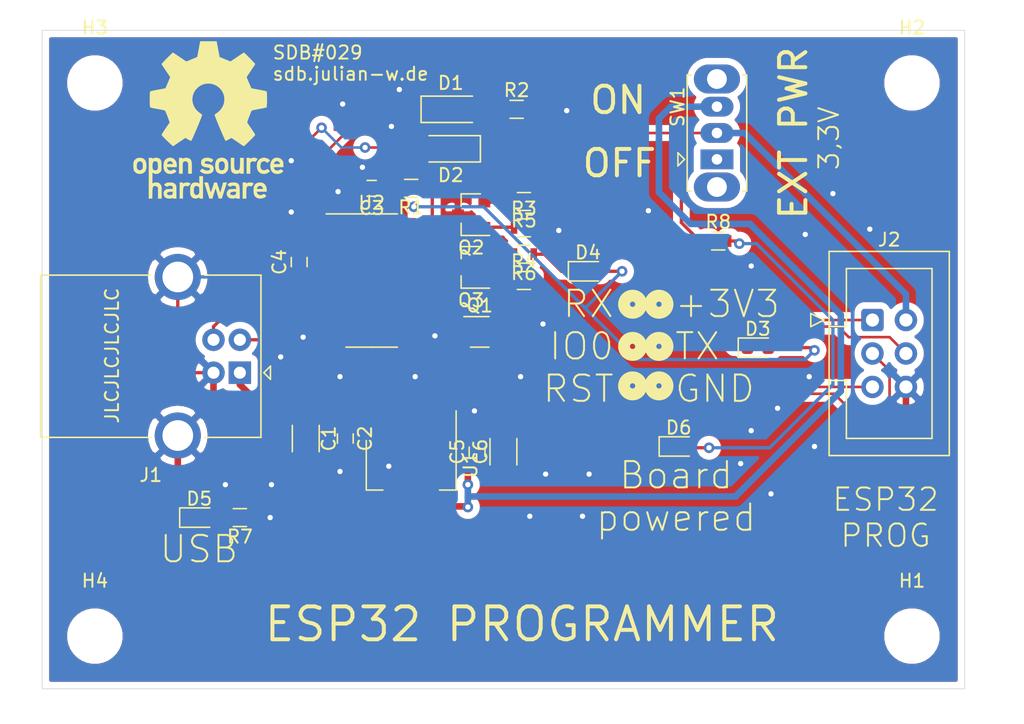
<source format=kicad_pcb>
(kicad_pcb (version 20171130) (host pcbnew "(5.1.9)-1")
  (layers (0 F.Cu signal) (31 B.Cu signal) (34 B.Paste user) (35 F.Paste user) (36 B.SilkS user) (37 F.SilkS user) (38 B.Mask user) (39 F.Mask user) (44 Edge.Cuts user))
  (net 0 "")
  (net 1 +5V)
  (net 2 GND)
  (net 3 "Net-(C4-Pad1)")
  (net 4 +3V3)
  (net 5 "Net-(D1-Pad1)")
  (net 6 RX)
  (net 7 TX)
  (net 8 "Net-(D2-Pad2)")
  (net 9 "Net-(D3-Pad1)")
  (net 10 "Net-(D4-Pad1)")
  (net 11 "Net-(D5-Pad2)")
  (net 12 "Net-(D6-Pad2)")
  (net 13 "Net-(J1-Pad3)")
  (net 14 "Net-(J1-Pad2)")
  (net 15 +3.3VP)
  (net 16 RESET)
  (net 17 IO0)
  (net 18 DTR)
  (net 19 RTS)
  (net 20 "Net-(Q2-Pad1)")
  (net 21 "Net-(Q3-Pad1)")
  (net 22 "Net-(Q2-Pad2)")
  (net 23 "Net-(Q3-Pad2)")
  (module Symbols:OSHW-Logo_11.4x12mm_SilkScreen (layer F.Cu) (at 62.6 106.8)
    (fp_text reference LOGO1 hide)
    (fp_text value OSHW-LOGOL hide)
  )
  (module Mounting_Holes:MountingHole_3.2mm_M3 (layer F.Cu) (at 54 146)
    (fp_text reference H4 (at 0 -4.2) (layer F.SilkS))
    (fp_text value MountingHole)
    (pad 1 np_thru_hole circle (at 0 0) (size 3.2 3.2) (drill 3.2) (layers *.Cu *.Mask))
  )
  (module Mounting_Holes:MountingHole_3.2mm_M3 (layer F.Cu) (at 54 104)
    (fp_text reference H3 (at 0 -4.2) (layer F.SilkS))
    (fp_text value MountingHole)
    (pad 1 np_thru_hole circle (at 0 0) (size 3.2 3.2) (drill 3.2) (layers *.Cu *.Mask))
  )
  (module Mounting_Holes:MountingHole_3.2mm_M3 (layer F.Cu) (at 116 104)
    (fp_text reference H2 (at 0 -4.2) (layer F.SilkS))
    (fp_text value MountingHole)
    (pad 1 np_thru_hole circle (at 0 0) (size 3.2 3.2) (drill 3.2) (layers *.Cu *.Mask))
  )
  (module Mounting_Holes:MountingHole_3.2mm_M3 (layer F.Cu) (at 116 146)
    (fp_text reference H1 (at 0 -4.2) (layer F.SilkS))
    (fp_text value MountingHole)
    (pad 1 np_thru_hole circle (at 0 0) (size 3.2 3.2) (drill 3.2) (layers *.Cu *.Mask))
  )
  (module Package_SO:SOIC-16_3.9x9.9mm_P1.27mm (layer F.Cu) (at 75 119)
    (fp_text reference U2 (at 0 -5.9) (layer F.SilkS))
    (fp_text value CH340C)
    (pad 16 smd roundrect (at 2.475 -4.445) (size 1.95 0.6) (layers F.Cu F.Paste F.Mask) (net 1 +5V))
    (pad 15 smd roundrect (at 2.475 -3.175) (size 1.95 0.6) (layers F.Cu F.Paste F.Mask))
    (pad 14 smd roundrect (at 2.475 -1.905) (size 1.95 0.6) (layers F.Cu F.Paste F.Mask) (net 19 RTS))
    (pad 13 smd roundrect (at 2.475 -0.635) (size 1.95 0.6) (layers F.Cu F.Paste F.Mask) (net 18 DTR))
    (pad 12 smd roundrect (at 2.475 0.635) (size 1.95 0.6) (layers F.Cu F.Paste F.Mask))
    (pad 11 smd roundrect (at 2.475 1.905) (size 1.95 0.6) (layers F.Cu F.Paste F.Mask))
    (pad 10 smd roundrect (at 2.475 3.175) (size 1.95 0.6) (layers F.Cu F.Paste F.Mask))
    (pad 9 smd roundrect (at 2.475 4.445) (size 1.95 0.6) (layers F.Cu F.Paste F.Mask))
    (pad 8 smd roundrect (at -2.475 4.445) (size 1.95 0.6) (layers F.Cu F.Paste F.Mask))
    (pad 7 smd roundrect (at -2.475 3.175) (size 1.95 0.6) (layers F.Cu F.Paste F.Mask))
    (pad 6 smd roundrect (at -2.475 1.905) (size 1.95 0.6) (layers F.Cu F.Paste F.Mask) (net 14 "Net-(J1-Pad2)"))
    (pad 5 smd roundrect (at -2.475 0.635) (size 1.95 0.6) (layers F.Cu F.Paste F.Mask) (net 13 "Net-(J1-Pad3)"))
    (pad 4 smd roundrect (at -2.475 -0.635) (size 1.95 0.6) (layers F.Cu F.Paste F.Mask) (net 3 "Net-(C4-Pad1)"))
    (pad 3 smd roundrect (at -2.475 -1.905) (size 1.95 0.6) (layers F.Cu F.Paste F.Mask) (net 8 "Net-(D2-Pad2)"))
    (pad 2 smd roundrect (at -2.475 -3.175) (size 1.95 0.6) (layers F.Cu F.Paste F.Mask) (net 5 "Net-(D1-Pad1)"))
    (pad 1 smd roundrect (at -2.475 -4.445) (size 1.95 0.6) (layers F.Cu F.Paste F.Mask) (net 2 GND))
  )
  (module Package_TO_SOT_SMD:SOT-223-3_TabPin2 (layer F.Cu) (at 78 133 270)
    (fp_text reference U1 (at 0 -4.5 90) (layer F.SilkS))
    (fp_text value AMS1117-3.3)
    (pad 1 smd rect (at -3.15 -2.3 270) (size 2 1.5) (layers F.Cu F.Paste F.Mask) (net 2 GND))
    (pad 3 smd rect (at -3.15 2.3 270) (size 2 1.5) (layers F.Cu F.Paste F.Mask) (net 1 +5V))
    (pad 2 smd rect (at -3.15 0 270) (size 2 1.5) (layers F.Cu F.Paste F.Mask) (net 4 +3V3))
    (pad 2 smd rect (at 3.15 0 270) (size 2 3.8) (layers F.Cu F.Paste F.Mask) (net 4 +3V3))
  )
  (module Button_Switch_THT:SW_Slide_1P2T_CK_OS102011MS2Q (layer F.Cu) (at 101.2 109.8 90)
    (fp_text reference SW1 (at 3.99 -2.99 90) (layer F.SilkS))
    (fp_text value SW_Push_SPDT)
    (pad "" thru_hole oval (at 6.1 0 90) (size 2.2 3.5) (drill 1.5) (layers *.Cu *.Mask))
    (pad "" thru_hole oval (at -2.1 0 90) (size 2.2 3.5) (drill 1.5) (layers *.Cu *.Mask))
    (pad 3 thru_hole oval (at 4 0 90) (size 1.5 2.5) (drill 0.8) (layers *.Cu *.Mask) (net 4 +3V3))
    (pad 2 thru_hole oval (at 2 0 90) (size 1.5 2.5) (drill 0.8) (layers *.Cu *.Mask) (net 15 +3.3VP))
    (pad 1 thru_hole rect (at 0 0 90) (size 1.5 2.5) (drill 0.8) (layers *.Cu *.Mask))
  )
  (module Resistors_SMD:R_0603 (layer F.Cu) (at 101.3 116)
    (fp_text reference R8 (at 0 -1.45) (layer F.SilkS))
    (fp_text value 1k)
    (pad 1 smd rect (at -0.75 0) (size 0.5 0.9) (layers F.Cu F.Paste F.Mask) (net 15 +3.3VP))
    (pad 2 smd rect (at 0.75 0) (size 0.5 0.9) (layers F.Cu F.Paste F.Mask) (net 12 "Net-(D6-Pad2)"))
  )
  (module Resistors_SMD:R_0603 (layer F.Cu) (at 65 137 180)
    (fp_text reference R7 (at 0 -1.45) (layer F.SilkS))
    (fp_text value 1k)
    (pad 1 smd rect (at -0.75 0 180) (size 0.5 0.9) (layers F.Cu F.Paste F.Mask) (net 1 +5V))
    (pad 2 smd rect (at 0.75 0 180) (size 0.5 0.9) (layers F.Cu F.Paste F.Mask) (net 11 "Net-(D5-Pad2)"))
  )
  (module Resistors_SMD:R_0603 (layer F.Cu) (at 86.55 117 180)
    (fp_text reference R6 (at 0 -1.45) (layer F.SilkS))
    (fp_text value 1k)
    (pad 1 smd rect (at -0.75 0 180) (size 0.5 0.9) (layers F.Cu F.Paste F.Mask) (net 10 "Net-(D4-Pad1)"))
    (pad 2 smd rect (at 0.75 0 180) (size 0.5 0.9) (layers F.Cu F.Paste F.Mask) (net 23 "Net-(Q3-Pad2)"))
  )
  (module Resistors_SMD:R_0603 (layer F.Cu) (at 86.55 113 180)
    (fp_text reference R5 (at 0 -1.45) (layer F.SilkS))
    (fp_text value 1k)
    (pad 1 smd rect (at -0.75 0 180) (size 0.5 0.9) (layers F.Cu F.Paste F.Mask) (net 9 "Net-(D3-Pad1)"))
    (pad 2 smd rect (at 0.75 0 180) (size 0.5 0.9) (layers F.Cu F.Paste F.Mask) (net 22 "Net-(Q2-Pad2)"))
  )
  (module Resistors_SMD:R_0603 (layer F.Cu) (at 86.55 119)
    (fp_text reference R4 (at 0 -1.45) (layer F.SilkS))
    (fp_text value 1k)
    (pad 1 smd rect (at -0.75 0) (size 0.5 0.9) (layers F.Cu F.Paste F.Mask) (net 21 "Net-(Q3-Pad1)"))
    (pad 2 smd rect (at 0.75 0) (size 0.5 0.9) (layers F.Cu F.Paste F.Mask) (net 8 "Net-(D2-Pad2)"))
  )
  (module Resistors_SMD:R_0603 (layer F.Cu) (at 86.55 115)
    (fp_text reference R3 (at 0 -1.45) (layer F.SilkS))
    (fp_text value 1k)
    (pad 1 smd rect (at -0.75 0) (size 0.5 0.9) (layers F.Cu F.Paste F.Mask) (net 20 "Net-(Q2-Pad1)"))
    (pad 2 smd rect (at 0.75 0) (size 0.5 0.9) (layers F.Cu F.Paste F.Mask) (net 5 "Net-(D1-Pad1)"))
  )
  (module Resistors_SMD:R_0603 (layer F.Cu) (at 86 106)
    (fp_text reference R2 (at 0 -1.45) (layer F.SilkS))
    (fp_text value 10k)
    (pad 1 smd rect (at -0.75 0) (size 0.5 0.9) (layers F.Cu F.Paste F.Mask) (net 6 RX))
    (pad 2 smd rect (at 0.75 0) (size 0.5 0.9) (layers F.Cu F.Paste F.Mask) (net 15 +3.3VP))
  )
  (module Resistors_SMD:R_0603 (layer F.Cu) (at 78 112 180)
    (fp_text reference R1 (at 0 -1.45) (layer F.SilkS))
    (fp_text value 10k)
    (pad 1 smd rect (at -0.75 0 180) (size 0.5 0.9) (layers F.Cu F.Paste F.Mask) (net 8 "Net-(D2-Pad2)"))
    (pad 2 smd rect (at 0.75 0 180) (size 0.5 0.9) (layers F.Cu F.Paste F.Mask) (net 1 +5V))
  )
  (module Package_TO_SOT_SMD:SOT-23 (layer F.Cu) (at 82.55 118 180)
    (fp_text reference Q3 (at 0 -2.5) (layer F.SilkS))
    (fp_text value Q_PNP_BEC)
    (pad 3 smd rect (at 1 0 180) (size 0.9 0.8) (layers F.Cu F.Paste F.Mask) (net 2 GND))
    (pad 2 smd rect (at -1 0.95 180) (size 0.9 0.8) (layers F.Cu F.Paste F.Mask) (net 23 "Net-(Q3-Pad2)"))
    (pad 1 smd rect (at -1 -0.95 180) (size 0.9 0.8) (layers F.Cu F.Paste F.Mask) (net 21 "Net-(Q3-Pad1)"))
  )
  (module Package_TO_SOT_SMD:SOT-23 (layer F.Cu) (at 82.55 114 180)
    (fp_text reference Q2 (at 0 -2.5) (layer F.SilkS))
    (fp_text value Q_PNP_BEC)
    (pad 3 smd rect (at 1 0 180) (size 0.9 0.8) (layers F.Cu F.Paste F.Mask) (net 2 GND))
    (pad 2 smd rect (at -1 0.95 180) (size 0.9 0.8) (layers F.Cu F.Paste F.Mask) (net 22 "Net-(Q2-Pad2)"))
    (pad 1 smd rect (at -1 -0.95 180) (size 0.9 0.8) (layers F.Cu F.Paste F.Mask) (net 20 "Net-(Q2-Pad1)"))
  )
  (module Package_TO_SOT_SMD:SOT-363_SC-70-6 (layer F.Cu) (at 83.2 122.9)
    (fp_text reference Q1 (at 0 -2) (layer F.SilkS))
    (fp_text value PUMX1)
    (pad 6 smd rect (at 0.95 -0.65) (size 0.65 0.4) (layers F.Cu F.Paste F.Mask) (net 16 RESET))
    (pad 4 smd rect (at 0.95 0.65) (size 0.65 0.4) (layers F.Cu F.Paste F.Mask) (net 18 DTR))
    (pad 2 smd rect (at -0.95 0) (size 0.65 0.4) (layers F.Cu F.Paste F.Mask) (net 18 DTR))
    (pad 5 smd rect (at 0.95 0) (size 0.65 0.4) (layers F.Cu F.Paste F.Mask) (net 19 RTS))
    (pad 3 smd rect (at -0.95 0.65) (size 0.65 0.4) (layers F.Cu F.Paste F.Mask) (net 17 IO0))
    (pad 1 smd rect (at -0.95 -0.65) (size 0.65 0.4) (layers F.Cu F.Paste F.Mask) (net 19 RTS))
  )
  (module Connector_IDC:IDC-Header_2x03_P2.54mm_Vertical (layer F.Cu) (at 113 122)
    (fp_text reference J2 (at 1.27 -6.1) (layer F.SilkS))
    (fp_text value Conn_02x03_Odd_Even)
    (pad 6 thru_hole circle (at 2.54 5.08) (size 1.7 1.7) (drill 1) (layers *.Cu *.Mask) (net 2 GND))
    (pad 4 thru_hole circle (at 2.54 2.54) (size 1.7 1.7) (drill 1) (layers *.Cu *.Mask) (net 7 TX))
    (pad 2 thru_hole circle (at 2.54 0) (size 1.7 1.7) (drill 1) (layers *.Cu *.Mask) (net 15 +3.3VP))
    (pad 5 thru_hole circle (at 0 5.08) (size 1.7 1.7) (drill 1) (layers *.Cu *.Mask) (net 16 RESET))
    (pad 3 thru_hole circle (at 0 2.54) (size 1.7 1.7) (drill 1) (layers *.Cu *.Mask) (net 17 IO0))
    (pad 1 thru_hole roundrect (at 0 0) (size 1.7 1.7) (drill 1) (layers *.Cu *.Mask) (roundrect_rratio 0.1470588235294118) (net 6 RX))
  )
  (module Connector_USB:USB_B_OST_USB-B1HSxx_Horizontal (layer F.Cu) (at 65 126 180)
    (fp_text reference J1 (at 6.76 -7.77) (layer F.SilkS))
    (fp_text value USB_B)
    (pad 5 thru_hole circle (at 4.71 7.27 180) (size 3.5 3.5) (drill 2.33) (layers *.Cu *.Mask) (net 2 GND))
    (pad 5 thru_hole circle (at 4.71 -4.77 180) (size 3.5 3.5) (drill 2.33) (layers *.Cu *.Mask) (net 2 GND))
    (pad 4 thru_hole circle (at 2 0 180) (size 1.7 1.7) (drill 0.92) (layers *.Cu *.Mask) (net 2 GND))
    (pad 3 thru_hole circle (at 2 2.5 180) (size 1.7 1.7) (drill 0.92) (layers *.Cu *.Mask) (net 13 "Net-(J1-Pad3)"))
    (pad 2 thru_hole circle (at 0 2.5 180) (size 1.7 1.7) (drill 0.92) (layers *.Cu *.Mask) (net 14 "Net-(J1-Pad2)"))
    (pad 1 thru_hole rect (at 0 0 180) (size 1.7 1.7) (drill 0.92) (layers *.Cu *.Mask) (net 1 +5V))
  )
  (module LED_SMD:LED_0603_1608Metric (layer F.Cu) (at 98.3 131.6)
    (fp_text reference D6 (at 0 -1.43) (layer F.SilkS))
    (fp_text value PWR3)
    (pad 2 smd roundrect (at 0.7875 0) (size 0.875 0.95) (layers F.Cu F.Paste F.Mask) (net 12 "Net-(D6-Pad2)"))
    (pad 1 smd roundrect (at -0.7875 0) (size 0.875 0.95) (layers F.Cu F.Paste F.Mask) (net 2 GND))
  )
  (module LED_SMD:LED_0603_1608Metric (layer F.Cu) (at 61.92 137)
    (fp_text reference D5 (at 0 -1.43) (layer F.SilkS))
    (fp_text value PWR5)
    (pad 2 smd roundrect (at 0.7875 0) (size 0.875 0.95) (layers F.Cu F.Paste F.Mask) (net 11 "Net-(D5-Pad2)"))
    (pad 1 smd roundrect (at -0.7875 0) (size 0.875 0.95) (layers F.Cu F.Paste F.Mask) (net 2 GND))
  )
  (module LED_SMD:LED_0603_1608Metric (layer F.Cu) (at 91.4125 118.3)
    (fp_text reference D4 (at 0 -1.43) (layer F.SilkS))
    (fp_text value RX)
    (pad 2 smd roundrect (at 0.7875 0) (size 0.875 0.95) (layers F.Cu F.Paste F.Mask) (net 1 +5V))
    (pad 1 smd roundrect (at -0.7875 0) (size 0.875 0.95) (layers F.Cu F.Paste F.Mask) (net 10 "Net-(D4-Pad1)"))
  )
  (module LED_SMD:LED_0603_1608Metric (layer F.Cu) (at 104.3 124.1)
    (fp_text reference D3 (at 0 -1.43) (layer F.SilkS))
    (fp_text value TX)
    (pad 2 smd roundrect (at 0.7875 0) (size 0.875 0.95) (layers F.Cu F.Paste F.Mask) (net 1 +5V))
    (pad 1 smd roundrect (at -0.7875 0) (size 0.875 0.95) (layers F.Cu F.Paste F.Mask) (net 9 "Net-(D3-Pad1)"))
  )
  (module Diodes_SMD:D_SOD-123 (layer F.Cu) (at 81 109 180)
    (fp_text reference D2 (at 0 -2) (layer F.SilkS))
    (fp_text value D)
    (pad 1 smd rect (at -1.65 0 180) (size 0.9 1.2) (layers F.Cu F.Paste F.Mask) (net 7 TX))
    (pad 2 smd rect (at 1.65 0 180) (size 0.9 1.2) (layers F.Cu F.Paste F.Mask) (net 8 "Net-(D2-Pad2)"))
  )
  (module Diodes_SMD:D_SOD-123 (layer F.Cu) (at 81 106)
    (fp_text reference D1 (at 0 -2) (layer F.SilkS))
    (fp_text value D)
    (pad 1 smd rect (at -1.65 0) (size 0.9 1.2) (layers F.Cu F.Paste F.Mask) (net 5 "Net-(D1-Pad1)"))
    (pad 2 smd rect (at 1.65 0) (size 0.9 1.2) (layers F.Cu F.Paste F.Mask) (net 6 RX))
  )
  (module Capacitors_SMD:C_1206 (layer F.Cu) (at 85 132 90)
    (fp_text reference C6 (at 0 -1.75 90) (layer F.SilkS))
    (fp_text value 10u)
    (pad 1 smd rect (at -1.5 0 90) (size 1 1.6) (layers F.Cu F.Paste F.Mask) (net 4 +3V3))
    (pad 2 smd rect (at 1.5 0 90) (size 1 1.6) (layers F.Cu F.Paste F.Mask) (net 2 GND))
  )
  (module Capacitors_SMD:C_0603 (layer F.Cu) (at 83 132 90)
    (fp_text reference C5 (at 0 -1.5 90) (layer F.SilkS))
    (fp_text value 100n)
    (pad 2 smd rect (at 0.75 0 90) (size 0.8 0.75) (layers F.Cu F.Paste F.Mask) (net 2 GND))
    (pad 1 smd rect (at -0.75 0 90) (size 0.8 0.75) (layers F.Cu F.Paste F.Mask) (net 4 +3V3))
  )
  (module Capacitors_SMD:C_0603 (layer F.Cu) (at 69.5 117.6 90)
    (fp_text reference C4 (at 0 -1.5 90) (layer F.SilkS))
    (fp_text value 100n)
    (pad 2 smd rect (at 0.75 0 90) (size 0.8 0.75) (layers F.Cu F.Paste F.Mask) (net 2 GND))
    (pad 1 smd rect (at -0.75 0 90) (size 0.8 0.75) (layers F.Cu F.Paste F.Mask) (net 3 "Net-(C4-Pad1)"))
  )
  (module Capacitors_SMD:C_0603 (layer F.Cu) (at 75 112 180)
    (fp_text reference C3 (at 0 -1.5) (layer F.SilkS))
    (fp_text value 100n)
    (pad 2 smd rect (at 0.75 0 180) (size 0.8 0.75) (layers F.Cu F.Paste F.Mask) (net 2 GND))
    (pad 1 smd rect (at -0.75 0 180) (size 0.8 0.75) (layers F.Cu F.Paste F.Mask) (net 1 +5V))
  )
  (module Capacitors_SMD:C_0603 (layer F.Cu) (at 73 131 270)
    (fp_text reference C2 (at 0 -1.5 90) (layer F.SilkS))
    (fp_text value 100n)
    (pad 2 smd rect (at 0.75 0 270) (size 0.8 0.75) (layers F.Cu F.Paste F.Mask) (net 2 GND))
    (pad 1 smd rect (at -0.75 0 270) (size 0.8 0.75) (layers F.Cu F.Paste F.Mask) (net 1 +5V))
  )
  (module Capacitors_SMD:C_1206 (layer F.Cu) (at 70 131 270)
    (fp_text reference C1 (at 0 -1.75 90) (layer F.SilkS))
    (fp_text value 10u)
    (pad 1 smd rect (at -1.5 0 270) (size 1 1.6) (layers F.Cu F.Paste F.Mask) (net 1 +5V))
    (pad 2 smd rect (at 1.5 0 270) (size 1 1.6) (layers F.Cu F.Paste F.Mask) (net 2 GND))
  )
  (gr_text 3,3V (at 109.7 108.2 90) (layer F.SilkS) (effects (font (size 1.5 1.5))))
  (gr_text "SDB#029\nsdb.julian-w.de" (at 67.4 102.5) (layer F.SilkS) (effects (font (size 1 1)) (justify left)))
  (gr_text JLCJLCJLCJLC (at 55.3 124.7 90) (layer F.SilkS) (effects (font (size 1 1))))
  (gr_text "ESP32 PROGRAMMER" (at 86.4 145.1) (layer F.SilkS) (effects (font (size 2.5 2.5) (thickness 0.3))))
  (gr_text USB (at 61.9 139.4) (layer F.SilkS) (effects (font (size 2 2))))
  (gr_text "Board\npowered" (at 98.1 135.4) (layer F.SilkS) (effects (font (size 2 2))))
  (gr_text "EXT PWR" (at 107 107.8 90) (layer F.SilkS) (effects (font (size 2 2) (thickness 0.3))))
  (gr_text OFF (at 93.8 110.1) (layer F.SilkS) (effects (font (size 2 2) (thickness 0.3))))
  (gr_text ON (at 93.7 105.3) (layer F.SilkS) (effects (font (size 2 2) (thickness 0.3))))
  (gr_circle (center 96.8 127) (end 97 127) (layer F.SilkS) (width 0.9))
  (gr_circle (center 94.8 127) (end 95 127) (layer F.SilkS) (width 0.9))
  (gr_circle (center 94.8 124) (end 95 124) (layer F.SilkS) (width 0.9))
  (gr_circle (center 96.8 124) (end 97 124) (layer F.SilkS) (width 0.9))
  (gr_circle (center 96.8 120.8) (end 97 120.8) (layer F.SilkS) (width 0.9))
  (gr_circle (center 94.8 120.8) (end 95 120.8) (layer F.SilkS) (width 0.9))
  (gr_text "RX\nIO0\nRST" (at 93.5 124) (layer F.SilkS) (effects (font (size 2 2)) (justify right)))
  (gr_text "+3V3\nTX\nGND" (at 97.9 124) (layer F.SilkS) (effects (font (size 2 2)) (justify left)))
  (gr_text "ESP32\nPROG" (at 114 137) (layer F.SilkS) (effects (font (size 1.7 1.7))))
  (gr_line (start 50 100) (end 50 150) (layer Edge.Cuts) (width 0.05))
  (gr_line (start 120 100) (end 50 100) (layer Edge.Cuts) (width 0.05))
  (gr_line (start 120 150) (end 120 100) (layer Edge.Cuts) (width 0.05))
  (gr_line (start 50 150) (end 120 150) (layer Edge.Cuts) (width 0.05))
  (segment (start 65 126) (end 65 126.9) (width 0.5) (layer F.Cu) (net 1))
  (segment (start 67.6 129.5) (end 70 129.5) (width 0.5) (layer F.Cu) (net 1))
  (segment (start 65 126.9) (end 67.6 129.5) (width 0.5) (layer F.Cu) (net 1))
  (segment (start 75.35 129.5) (end 75.7 129.85) (width 0.5) (layer F.Cu) (net 1))
  (segment (start 73 130.25) (end 73 129.5) (width 0.5) (layer F.Cu) (net 1))
  (segment (start 73 129.5) (end 75.35 129.5) (width 0.5) (layer F.Cu) (net 1))
  (segment (start 70 129.5) (end 73 129.5) (width 0.5) (layer F.Cu) (net 1))
  (segment (start 75.7 129.85) (end 75.7 114.4) (width 0.5) (layer F.Cu) (net 1))
  (segment (start 77.25 112.85) (end 77.25 112) (width 0.5) (layer F.Cu) (net 1))
  (segment (start 75.7 114.4) (end 77.25 112.85) (width 0.5) (layer F.Cu) (net 1))
  (segment (start 77.475 113.075) (end 77.25 112.85) (width 0.5) (layer F.Cu) (net 1))
  (segment (start 76.4 112) (end 77.25 112.85) (width 0.5) (layer F.Cu) (net 1))
  (segment (start 75.75 112) (end 76.4 112) (width 0.5) (layer F.Cu) (net 1))
  (via (at 108.6 124.3) (size 0.8) (drill 0.4) (layers F.Cu B.Cu) (net 1))
  (segment (start 108.4 124.1) (end 108.6 124.3) (width 0.25) (layer F.Cu) (net 1))
  (segment (start 108.6 124.3) (end 107.9 125) (width 0.25) (layer B.Cu) (net 1))
  (segment (start 107.9 125) (end 95.1 125) (width 0.25) (layer B.Cu) (net 1))
  (via (at 78.2 113.4) (size 0.8) (drill 0.4) (layers F.Cu B.Cu) (net 1))
  (segment (start 83.5 113.4) (end 78.2 113.4) (width 0.25) (layer B.Cu) (net 1))
  (segment (start 77.5 113.4) (end 77.475 113.425) (width 0.25) (layer F.Cu) (net 1))
  (segment (start 78.2 113.4) (end 77.5 113.4) (width 0.25) (layer F.Cu) (net 1))
  (segment (start 77.475 113.425) (end 77.475 113.075) (width 0.5) (layer F.Cu) (net 1))
  (segment (start 77.475 114.555) (end 77.475 113.425) (width 0.5) (layer F.Cu) (net 1))
  (via (at 94 118.3) (size 0.8) (drill 0.4) (layers F.Cu B.Cu) (net 1))
  (segment (start 91.3 121) (end 91.1 121) (width 0.25) (layer B.Cu) (net 1))
  (segment (start 94 118.3) (end 91.3 121) (width 0.25) (layer B.Cu) (net 1))
  (segment (start 91.1 121) (end 83.5 113.4) (width 0.25) (layer B.Cu) (net 1))
  (segment (start 95.1 125) (end 91.1 121) (width 0.25) (layer B.Cu) (net 1))
  (segment (start 65.75 131.35) (end 67.6 129.5) (width 0.5) (layer F.Cu) (net 1))
  (segment (start 65.75 137) (end 65.75 131.35) (width 0.5) (layer F.Cu) (net 1))
  (segment (start 105.0875 124.1) (end 108.4 124.1) (width 0.25) (layer F.Cu) (net 1))
  (segment (start 94 118.3) (end 92.2 118.3) (width 0.25) (layer F.Cu) (net 1))
  (segment (start 72.525 114.555) (end 73.545 114.555) (width 0.5) (layer F.Cu) (net 2))
  (segment (start 74.25 113.85) (end 74.25 112) (width 0.5) (layer F.Cu) (net 2))
  (segment (start 73.545 114.555) (end 74.25 113.85) (width 0.5) (layer F.Cu) (net 2))
  (segment (start 62.17 116.85) (end 60.29 118.73) (width 0.5) (layer F.Cu) (net 2))
  (segment (start 69.5 116.85) (end 62.17 116.85) (width 0.5) (layer F.Cu) (net 2))
  (segment (start 81.55 114) (end 81.55 113.05) (width 0.25) (layer F.Cu) (net 2))
  (segment (start 81.55 113.05) (end 80.8 112.3) (width 0.25) (layer F.Cu) (net 2))
  (segment (start 80.8 108.814998) (end 79.285002 107.3) (width 0.25) (layer F.Cu) (net 2))
  (segment (start 80.8 112.3) (end 80.8 108.814998) (width 0.25) (layer F.Cu) (net 2))
  (segment (start 79.285002 107.3) (end 76.5 107.3) (width 0.25) (layer F.Cu) (net 2))
  (segment (start 72.525 109.275) (end 72.525 114.555) (width 0.25) (layer F.Cu) (net 2))
  (segment (start 74.5 107.3) (end 72.525 109.275) (width 0.25) (layer F.Cu) (net 2))
  (segment (start 81.55 118) (end 81.55 114) (width 0.25) (layer F.Cu) (net 2))
  (segment (start 84.25 131.25) (end 85 130.5) (width 0.5) (layer F.Cu) (net 2))
  (segment (start 83 131.25) (end 84.25 131.25) (width 0.5) (layer F.Cu) (net 2))
  (segment (start 81.6 129.85) (end 83 131.25) (width 0.5) (layer F.Cu) (net 2))
  (segment (start 80.3 129.85) (end 81.6 129.85) (width 0.5) (layer F.Cu) (net 2))
  (segment (start 72.25 132.5) (end 73 131.75) (width 0.5) (layer F.Cu) (net 2))
  (segment (start 60.29 136.1575) (end 61.1325 137) (width 0.5) (layer F.Cu) (net 2))
  (segment (start 60.29 130.77) (end 60.29 136.1575) (width 0.5) (layer F.Cu) (net 2))
  (segment (start 63 128.06) (end 63 126) (width 0.5) (layer F.Cu) (net 2))
  (segment (start 60.29 130.77) (end 63 128.06) (width 0.5) (layer F.Cu) (net 2))
  (segment (start 71.9 132.5) (end 71.9 135.4) (width 0.5) (layer F.Cu) (net 2))
  (segment (start 70 132.5) (end 71.9 132.5) (width 0.5) (layer F.Cu) (net 2))
  (segment (start 71.9 132.5) (end 72.25 132.5) (width 0.5) (layer F.Cu) (net 2))
  (segment (start 74.8 138.3) (end 85.6 138.3) (width 0.5) (layer F.Cu) (net 2))
  (segment (start 85.6 138.3) (end 87 136.9) (width 0.5) (layer F.Cu) (net 2))
  (segment (start 88.9 135) (end 88.9 131.5) (width 0.5) (layer F.Cu) (net 2))
  (segment (start 87.9 130.5) (end 85 130.5) (width 0.5) (layer F.Cu) (net 2))
  (segment (start 88.9 131.5) (end 87.9 130.5) (width 0.5) (layer F.Cu) (net 2))
  (segment (start 115.54 127.08) (end 115.54 133.56) (width 0.5) (layer F.Cu) (net 2))
  (segment (start 110.8 138.3) (end 85.6 138.3) (width 0.5) (layer F.Cu) (net 2))
  (segment (start 115.54 133.56) (end 110.8 138.3) (width 0.5) (layer F.Cu) (net 2))
  (segment (start 89 131.6) (end 88.9 131.5) (width 0.5) (layer F.Cu) (net 2))
  (segment (start 97.5125 131.6) (end 89 131.6) (width 0.5) (layer F.Cu) (net 2))
  (segment (start 73.1 136.6) (end 69 136.6) (width 0.25) (layer F.Cu) (net 2))
  (segment (start 71.9 135.4) (end 73.1 136.6) (width 0.5) (layer F.Cu) (net 2))
  (segment (start 73.1 136.6) (end 74.8 138.3) (width 0.5) (layer F.Cu) (net 2))
  (segment (start 69 136.6) (end 66.1 139.5) (width 0.25) (layer F.Cu) (net 2))
  (segment (start 66.1 139.5) (end 62 139.5) (width 0.25) (layer F.Cu) (net 2))
  (segment (start 61.1325 138.6325) (end 61.1325 137) (width 0.25) (layer F.Cu) (net 2))
  (segment (start 62 139.5) (end 61.1325 138.6325) (width 0.25) (layer F.Cu) (net 2))
  (segment (start 63 126) (end 60.8 126) (width 0.25) (layer F.Cu) (net 2))
  (segment (start 60.29 125.49) (end 60.29 118.73) (width 0.25) (layer F.Cu) (net 2))
  (segment (start 60.8 126) (end 60.29 125.49) (width 0.25) (layer F.Cu) (net 2))
  (via (at 74.3 110.4) (size 0.8) (drill 0.4) (layers F.Cu B.Cu) (net 2))
  (segment (start 74.25 110.45) (end 74.3 110.4) (width 0.25) (layer F.Cu) (net 2))
  (segment (start 74.25 112) (end 74.25 110.45) (width 0.25) (layer F.Cu) (net 2))
  (segment (start 65.97 118.73) (end 60.29 118.73) (width 0.25) (layer B.Cu) (net 2))
  (segment (start 74.3 110.4) (end 72.45 112.25) (width 0.25) (layer B.Cu) (net 2))
  (via (at 72.6 126.3) (size 0.8) (drill 0.4) (layers F.Cu B.Cu) (net 2))
  (via (at 78.3 126.3) (size 0.8) (drill 0.4) (layers F.Cu B.Cu) (net 2))
  (via (at 88 122.3) (size 0.8) (drill 0.4) (layers F.Cu B.Cu) (net 2))
  (via (at 89.2 115.2) (size 0.8) (drill 0.4) (layers F.Cu B.Cu) (net 2))
  (via (at 108.2 126.3) (size 0.8) (drill 0.4) (layers F.Cu B.Cu) (net 2))
  (via (at 103.8 130.4) (size 0.8) (drill 0.4) (layers F.Cu B.Cu) (net 2))
  (via (at 103 132.9) (size 0.8) (drill 0.4) (layers F.Cu B.Cu) (net 2))
  (via (at 108.6 131.6) (size 0.8) (drill 0.4) (layers F.Cu B.Cu) (net 2))
  (via (at 107.9 115.5) (size 0.8) (drill 0.4) (layers F.Cu B.Cu) (net 2))
  (via (at 89.8 106.1) (size 0.8) (drill 0.4) (layers F.Cu B.Cu) (net 2))
  (segment (start 76.5 107.3) (end 74.5 107.3) (width 0.25) (layer F.Cu) (net 2))
  (via (at 76.5 107.3) (size 0.8) (drill 0.4) (layers F.Cu B.Cu) (net 2))
  (segment (start 72.45 112.25) (end 65.97 118.73) (width 0.25) (layer B.Cu) (net 2))
  (via (at 72.45 112.25) (size 0.8) (drill 0.4) (layers F.Cu B.Cu) (net 2))
  (via (at 68.9 113.8) (size 0.8) (drill 0.4) (layers F.Cu B.Cu) (net 2))
  (via (at 68.9 109.9) (size 0.8) (drill 0.4) (layers F.Cu B.Cu) (net 2))
  (via (at 72.8 105.6) (size 0.8) (drill 0.4) (layers F.Cu B.Cu) (net 2))
  (via (at 77.1 104.5) (size 0.8) (drill 0.4) (layers F.Cu B.Cu) (net 2))
  (via (at 68.1 124.8) (size 0.8) (drill 0.4) (layers F.Cu B.Cu) (net 2))
  (via (at 69.8 123.3) (size 0.8) (drill 0.4) (layers F.Cu B.Cu) (net 2))
  (via (at 76.3 133.1) (size 0.8) (drill 0.4) (layers F.Cu B.Cu) (net 2))
  (segment (start 87 136.9) (end 88.9 135) (width 0.5) (layer F.Cu) (net 2))
  (via (at 87 136.9) (size 0.8) (drill 0.4) (layers F.Cu B.Cu) (net 2))
  (via (at 88.2 133.7) (size 0.8) (drill 0.4) (layers F.Cu B.Cu) (net 2))
  (via (at 82.8 128.9) (size 0.8) (drill 0.4) (layers F.Cu B.Cu) (net 2))
  (via (at 63.9 134.5) (size 0.8) (drill 0.4) (layers F.Cu B.Cu) (net 2))
  (via (at 67.4 134.5) (size 0.8) (drill 0.4) (layers F.Cu B.Cu) (net 2))
  (via (at 91 136.9) (size 0.8) (drill 0.4) (layers F.Cu B.Cu) (net 2))
  (via (at 91.5 133.7) (size 0.8) (drill 0.4) (layers F.Cu B.Cu) (net 2))
  (via (at 105.3 135.2) (size 0.8) (drill 0.4) (layers F.Cu B.Cu) (net 2))
  (via (at 105.8 128.7) (size 0.8) (drill 0.4) (layers F.Cu B.Cu) (net 2))
  (via (at 86.3 126.3) (size 0.8) (drill 0.4) (layers F.Cu B.Cu) (net 2))
  (via (at 79.8 123.2) (size 0.8) (drill 0.4) (layers F.Cu B.Cu) (net 2))
  (via (at 96 113.7) (size 0.8) (drill 0.4) (layers F.Cu B.Cu) (net 2))
  (via (at 103.8 117.9) (size 0.8) (drill 0.4) (layers F.Cu B.Cu) (net 2))
  (via (at 110 112.4) (size 0.8) (drill 0.4) (layers F.Cu B.Cu) (net 2))
  (via (at 112.8 115.1) (size 0.8) (drill 0.4) (layers F.Cu B.Cu) (net 2))
  (via (at 72.6 133.5) (size 0.8) (drill 0.4) (layers F.Cu B.Cu) (net 2))
  (via (at 67.3 137) (size 0.8) (drill 0.4) (layers F.Cu B.Cu) (net 2))
  (segment (start 72.51 118.35) (end 72.525 118.365) (width 0.5) (layer F.Cu) (net 3))
  (segment (start 69.5 118.35) (end 72.51 118.35) (width 0.5) (layer F.Cu) (net 3))
  (segment (start 82.85 132.6) (end 83 132.75) (width 0.5) (layer F.Cu) (net 4))
  (segment (start 78 132.6) (end 82.85 132.6) (width 0.5) (layer F.Cu) (net 4))
  (segment (start 78 136.15) (end 78 132.6) (width 0.5) (layer F.Cu) (net 4))
  (segment (start 78 132.6) (end 78 129.85) (width 0.5) (layer F.Cu) (net 4))
  (segment (start 83.75 133.5) (end 83 132.75) (width 0.5) (layer F.Cu) (net 4))
  (segment (start 85 133.5) (end 83.75 133.5) (width 0.5) (layer F.Cu) (net 4))
  (via (at 82.3 136.2) (size 0.8) (drill 0.4) (layers F.Cu B.Cu) (net 4))
  (segment (start 82.25 136.15) (end 82.3 136.2) (width 0.5) (layer F.Cu) (net 4))
  (segment (start 78 136.15) (end 82.25 136.15) (width 0.5) (layer F.Cu) (net 4))
  (via (at 82.3 134.5) (size 0.8) (drill 0.4) (layers F.Cu B.Cu) (net 4))
  (segment (start 82.3 133.45) (end 83 132.75) (width 0.5) (layer F.Cu) (net 4))
  (segment (start 82.3 134.5) (end 82.3 133.45) (width 0.5) (layer F.Cu) (net 4))
  (segment (start 82.3 136.2) (end 82.3 135.4) (width 0.5) (layer B.Cu) (net 4))
  (segment (start 82.3 135.4) (end 82.3 134.5) (width 0.5) (layer B.Cu) (net 4))
  (segment (start 97.7 105.8) (end 101.2 105.8) (width 0.5) (layer B.Cu) (net 4))
  (segment (start 96.8 112.3) (end 96.8 106.7) (width 0.5) (layer B.Cu) (net 4))
  (segment (start 96.8 106.7) (end 97.7 105.8) (width 0.5) (layer B.Cu) (net 4))
  (segment (start 99.2 114.7) (end 96.8 112.3) (width 0.5) (layer B.Cu) (net 4))
  (segment (start 103.7 114.7) (end 99.2 114.7) (width 0.5) (layer B.Cu) (net 4))
  (segment (start 110.6 121.6) (end 103.7 114.7) (width 0.5) (layer B.Cu) (net 4))
  (segment (start 110.6 127.4) (end 110.6 121.6) (width 0.5) (layer B.Cu) (net 4))
  (segment (start 102.6 135.4) (end 110.6 127.4) (width 0.5) (layer B.Cu) (net 4))
  (segment (start 82.3 135.4) (end 102.6 135.4) (width 0.5) (layer B.Cu) (net 4))
  (segment (start 72.525 115.825) (end 71.225 115.825) (width 0.2) (layer F.Cu) (net 5))
  (segment (start 71.225 115.825) (end 70.8 115.4) (width 0.2) (layer F.Cu) (net 5))
  (segment (start 70.8 115.4) (end 70.8 110) (width 0.2) (layer F.Cu) (net 5))
  (segment (start 74.8 106) (end 79.35 106) (width 0.2) (layer F.Cu) (net 5))
  (segment (start 70.8 110) (end 74.8 106) (width 0.2) (layer F.Cu) (net 5))
  (segment (start 80.5 106) (end 79.35 106) (width 0.25) (layer F.Cu) (net 5))
  (segment (start 81.3 106.8) (end 80.5 106) (width 0.25) (layer F.Cu) (net 5))
  (segment (start 81.3 110.1) (end 81.3 106.8) (width 0.25) (layer F.Cu) (net 5))
  (segment (start 81.9 110.7) (end 81.3 110.1) (width 0.25) (layer F.Cu) (net 5))
  (segment (start 86.6 111.8) (end 85.5 110.7) (width 0.25) (layer F.Cu) (net 5))
  (segment (start 86.6 114.3) (end 86.6 111.8) (width 0.25) (layer F.Cu) (net 5))
  (segment (start 85.5 110.7) (end 81.9 110.7) (width 0.25) (layer F.Cu) (net 5))
  (segment (start 87.3 115) (end 86.6 114.3) (width 0.25) (layer F.Cu) (net 5))
  (segment (start 83.5 106) (end 82.65 106) (width 0.2) (layer F.Cu) (net 6))
  (segment (start 84.8 107.3) (end 83.5 106) (width 0.2) (layer F.Cu) (net 6))
  (segment (start 102.3 122) (end 87.6 107.3) (width 0.2) (layer F.Cu) (net 6))
  (segment (start 113 122) (end 102.3 122) (width 0.2) (layer F.Cu) (net 6))
  (segment (start 85.25 107.25) (end 85.2 107.3) (width 0.2) (layer F.Cu) (net 6))
  (segment (start 85.25 106) (end 85.25 107.25) (width 0.2) (layer F.Cu) (net 6))
  (segment (start 85.2 107.3) (end 84.8 107.3) (width 0.2) (layer F.Cu) (net 6))
  (segment (start 87.6 107.3) (end 85.2 107.3) (width 0.2) (layer F.Cu) (net 6))
  (segment (start 82.65 109) (end 88.5 109) (width 0.2) (layer F.Cu) (net 7))
  (segment (start 88.5 109) (end 102 122.5) (width 0.2) (layer F.Cu) (net 7))
  (segment (start 102 122.5) (end 110.4 122.5) (width 0.2) (layer F.Cu) (net 7))
  (segment (start 110.4 122.5) (end 111.2 123.3) (width 0.2) (layer F.Cu) (net 7))
  (segment (start 114.3 123.3) (end 115.54 124.54) (width 0.2) (layer F.Cu) (net 7))
  (segment (start 111.2 123.3) (end 114.3 123.3) (width 0.2) (layer F.Cu) (net 7))
  (segment (start 72.525 117.095) (end 71.495 117.095) (width 0.2) (layer F.Cu) (net 8))
  (segment (start 71.495 117.095) (end 70.2 115.8) (width 0.2) (layer F.Cu) (net 8))
  (via (at 71.2 107.4) (size 0.8) (drill 0.4) (layers F.Cu B.Cu) (net 8))
  (segment (start 70.2 108.4) (end 71.2 107.4) (width 0.2) (layer F.Cu) (net 8))
  (segment (start 70.2 115.8) (end 70.2 108.4) (width 0.2) (layer F.Cu) (net 8))
  (via (at 74.5 108.9) (size 0.8) (drill 0.4) (layers F.Cu B.Cu) (net 8))
  (segment (start 72.7 108.9) (end 74.5 108.9) (width 0.2) (layer B.Cu) (net 8))
  (segment (start 71.2 107.4) (end 72.7 108.9) (width 0.2) (layer B.Cu) (net 8))
  (segment (start 79.25 108.9) (end 79.35 109) (width 0.2) (layer F.Cu) (net 8))
  (segment (start 74.5 108.9) (end 79.25 108.9) (width 0.2) (layer F.Cu) (net 8))
  (segment (start 78.75 109.6) (end 79.35 109) (width 0.2) (layer F.Cu) (net 8))
  (segment (start 78.75 112) (end 78.75 109.6) (width 0.2) (layer F.Cu) (net 8))
  (segment (start 87.3 119) (end 87.3 119.9) (width 0.25) (layer F.Cu) (net 8))
  (segment (start 87.3 119.9) (end 87 120.2) (width 0.25) (layer F.Cu) (net 8))
  (segment (start 87 120.2) (end 81.2 120.2) (width 0.25) (layer F.Cu) (net 8))
  (segment (start 81.2 120.2) (end 80.7 119.7) (width 0.25) (layer F.Cu) (net 8))
  (segment (start 80.7 119.7) (end 80.7 117.6) (width 0.25) (layer F.Cu) (net 8))
  (segment (start 80.7 117.6) (end 79.6 116.5) (width 0.25) (layer F.Cu) (net 8))
  (segment (start 79.6 116.5) (end 79.6 112.3) (width 0.25) (layer F.Cu) (net 8))
  (segment (start 79.3 112) (end 78.75 112) (width 0.25) (layer F.Cu) (net 8))
  (segment (start 79.6 112.3) (end 79.3 112) (width 0.25) (layer F.Cu) (net 8))
  (segment (start 87.3 113) (end 91.4 113) (width 0.25) (layer F.Cu) (net 9))
  (segment (start 91.4 113) (end 102.5 124.1) (width 0.25) (layer F.Cu) (net 9))
  (segment (start 103.5125 124.1) (end 102.5 124.1) (width 0.25) (layer F.Cu) (net 9))
  (segment (start 88.1 117) (end 87.3 117) (width 0.25) (layer F.Cu) (net 10))
  (segment (start 89.4 118.3) (end 88.1 117) (width 0.25) (layer F.Cu) (net 10))
  (segment (start 90.625 118.3) (end 89.4 118.3) (width 0.25) (layer F.Cu) (net 10))
  (segment (start 62.7075 137) (end 64.25 137) (width 0.5) (layer F.Cu) (net 11))
  (via (at 102.9 116.2) (size 0.8) (drill 0.4) (layers F.Cu B.Cu) (net 12))
  (segment (start 102.7 116) (end 102.9 116.2) (width 0.25) (layer F.Cu) (net 12))
  (segment (start 102.05 116) (end 102.7 116) (width 0.25) (layer F.Cu) (net 12))
  (segment (start 102.9 116.2) (end 104.1 116.2) (width 0.25) (layer B.Cu) (net 12))
  (segment (start 104.1 116.2) (end 104.2 116.2) (width 0.25) (layer B.Cu) (net 12))
  (segment (start 104.2 116.2) (end 110 122) (width 0.25) (layer B.Cu) (net 12))
  (segment (start 110 122) (end 110 126.9) (width 0.25) (layer B.Cu) (net 12))
  (via (at 100.6 131.7) (size 0.8) (drill 0.4) (layers F.Cu B.Cu) (net 12))
  (segment (start 105.2 131.7) (end 100.6 131.7) (width 0.25) (layer B.Cu) (net 12))
  (segment (start 110 126.9) (end 105.2 131.7) (width 0.25) (layer B.Cu) (net 12))
  (segment (start 99.1875 131.7) (end 99.0875 131.6) (width 0.25) (layer F.Cu) (net 12))
  (segment (start 100.6 131.7) (end 99.1875 131.7) (width 0.25) (layer F.Cu) (net 12))
  (segment (start 63 123.5) (end 63 122.5) (width 0.25) (layer F.Cu) (net 13))
  (segment (start 65.865 119.635) (end 72.525 119.635) (width 0.25) (layer F.Cu) (net 13))
  (segment (start 63 122.5) (end 65.865 119.635) (width 0.25) (layer F.Cu) (net 13))
  (segment (start 65 123.5) (end 67.5 123.5) (width 0.25) (layer F.Cu) (net 14))
  (segment (start 70.095 120.905) (end 72.525 120.905) (width 0.25) (layer F.Cu) (net 14))
  (segment (start 67.5 123.5) (end 70.095 120.905) (width 0.25) (layer F.Cu) (net 14))
  (segment (start 86.75 106) (end 87.3 106) (width 0.2) (layer F.Cu) (net 15))
  (segment (start 87.3 106) (end 89.1 107.8) (width 0.2) (layer F.Cu) (net 15))
  (segment (start 103.3 107.8) (end 101.2 107.8) (width 0.5) (layer B.Cu) (net 15))
  (segment (start 115.54 120.04) (end 103.3 107.8) (width 0.5) (layer B.Cu) (net 15))
  (segment (start 115.54 122) (end 115.54 120.04) (width 0.5) (layer B.Cu) (net 15))
  (segment (start 100.55 116) (end 99.9 116) (width 0.25) (layer F.Cu) (net 15))
  (segment (start 98.5 114.6) (end 98.5 107.8) (width 0.25) (layer F.Cu) (net 15))
  (segment (start 99.9 116) (end 98.5 114.6) (width 0.25) (layer F.Cu) (net 15))
  (segment (start 98.5 107.8) (end 101.2 107.8) (width 0.2) (layer F.Cu) (net 15))
  (segment (start 89.1 107.8) (end 98.5 107.8) (width 0.2) (layer F.Cu) (net 15))
  (segment (start 84.15 122.25) (end 84.85 122.25) (width 0.2) (layer F.Cu) (net 16))
  (segment (start 89.68 127.08) (end 113 127.08) (width 0.2) (layer F.Cu) (net 16))
  (segment (start 84.85 122.25) (end 89.68 127.08) (width 0.2) (layer F.Cu) (net 16))
  (segment (start 113 124.54) (end 114.3 125.84) (width 0.2) (layer F.Cu) (net 17))
  (segment (start 114.3 125.84) (end 114.3 128.1) (width 0.2) (layer F.Cu) (net 17))
  (segment (start 114.3 128.1) (end 113.8 128.6) (width 0.2) (layer F.Cu) (net 17))
  (segment (start 113.8 128.6) (end 111.1 128.6) (width 0.2) (layer F.Cu) (net 17))
  (segment (start 111.1 128.6) (end 110.1 127.6) (width 0.2) (layer F.Cu) (net 17))
  (segment (start 110.1 127.6) (end 89.4 127.6) (width 0.2) (layer F.Cu) (net 17))
  (segment (start 89.4 127.6) (end 86.3 124.5) (width 0.2) (layer F.Cu) (net 17))
  (segment (start 86.3 124.5) (end 83.6 124.5) (width 0.2) (layer F.Cu) (net 17))
  (segment (start 82.65 123.55) (end 82.25 123.55) (width 0.2) (layer F.Cu) (net 17))
  (segment (start 83.6 124.5) (end 82.65 123.55) (width 0.2) (layer F.Cu) (net 17))
  (segment (start 77.475 118.365) (end 79.165 118.365) (width 0.2) (layer F.Cu) (net 18))
  (segment (start 79.165 118.365) (end 79.6 118.8) (width 0.2) (layer F.Cu) (net 18))
  (segment (start 79.6 118.8) (end 79.6 121) (width 0.2) (layer F.Cu) (net 18))
  (segment (start 81.5 122.9) (end 82.25 122.9) (width 0.2) (layer F.Cu) (net 18))
  (segment (start 79.6 121) (end 81.5 122.9) (width 0.2) (layer F.Cu) (net 18))
  (segment (start 84.15 123.55) (end 83.65 123.55) (width 0.2) (layer F.Cu) (net 18))
  (segment (start 83 122.9) (end 82.25 122.9) (width 0.2) (layer F.Cu) (net 18))
  (segment (start 83.65 123.55) (end 83 122.9) (width 0.2) (layer F.Cu) (net 18))
  (segment (start 82.25 122.25) (end 81.65 122.25) (width 0.2) (layer F.Cu) (net 19))
  (segment (start 81.65 122.25) (end 80.1 120.7) (width 0.2) (layer F.Cu) (net 19))
  (segment (start 80.1 120.7) (end 80.1 118.2) (width 0.2) (layer F.Cu) (net 19))
  (segment (start 78.995 117.095) (end 77.475 117.095) (width 0.2) (layer F.Cu) (net 19))
  (segment (start 80.1 118.2) (end 78.995 117.095) (width 0.2) (layer F.Cu) (net 19))
  (segment (start 82.25 122.25) (end 82.915699 122.25) (width 0.2) (layer F.Cu) (net 19))
  (segment (start 83.565699 122.9) (end 84.15 122.9) (width 0.2) (layer F.Cu) (net 19))
  (segment (start 82.915699 122.25) (end 83.565699 122.9) (width 0.2) (layer F.Cu) (net 19))
  (segment (start 85.75 114.95) (end 85.8 115) (width 0.25) (layer F.Cu) (net 20))
  (segment (start 83.55 114.95) (end 85.75 114.95) (width 0.25) (layer F.Cu) (net 20))
  (segment (start 83.6 119) (end 83.55 118.95) (width 0.25) (layer F.Cu) (net 21))
  (segment (start 85.8 119) (end 83.6 119) (width 0.25) (layer F.Cu) (net 21))
  (segment (start 85.75 113.05) (end 85.8 113) (width 0.25) (layer F.Cu) (net 22))
  (segment (start 83.55 113.05) (end 85.75 113.05) (width 0.25) (layer F.Cu) (net 22))
  (segment (start 85.75 117.05) (end 85.8 117) (width 0.25) (layer F.Cu) (net 23))
  (segment (start 83.55 117.05) (end 85.75 117.05) (width 0.25) (layer F.Cu) (net 23))
  (zone (net 2) (net_name GND) (layer B.Cu) (connect_pads (clearance 0.508)) (min_thickness 0.254) (fill yes (arc_segments 32) (thermal_gap 0.508) (thermal_bridge_width 0.508))
    (polygon (pts (xy 123 152.6) (xy 46.8 152.5) (xy 47.3 98.1) (xy 124.5 97.7)))
  )
  (zone (net 2) (net_name GND) (layer F.Cu) (connect_pads (clearance 0.508)) (min_thickness 0.254) (fill yes (arc_segments 32) (thermal_gap 0.508) (thermal_bridge_width 0.508))
    (polygon (pts (xy 121.1 152.1) (xy 47.9 152.7) (xy 48.3 99.4) (xy 121 98.8)))
  )
)
</source>
